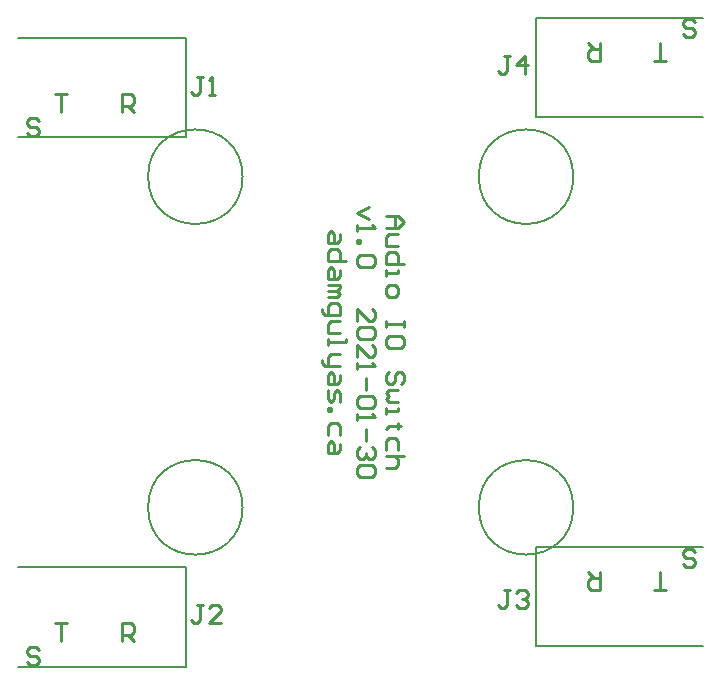
<source format=gto>
G04*
G04 #@! TF.GenerationSoftware,Altium Limited,Altium Designer,18.1.9 (240)*
G04*
G04 Layer_Color=65535*
%FSLAX43Y43*%
%MOMM*%
G71*
G01*
G75*
%ADD10C,0.200*%
%ADD11C,0.254*%
D10*
X44231Y39706D02*
G03*
X44231Y39706I-4000J0D01*
G01*
X72231D02*
G03*
X72231Y39706I-4000J0D01*
G01*
X44231Y67706D02*
G03*
X44231Y67706I-4000J0D01*
G01*
X72231D02*
G03*
X72231Y67706I-4000J0D01*
G01*
X69037Y27931D02*
X83212D01*
X69037D02*
Y36381D01*
X83212D01*
X25250Y34681D02*
X39425D01*
Y26231D02*
Y34681D01*
X25250Y26231D02*
X39425D01*
X69037Y81180D02*
X83212D01*
X69037Y72730D02*
Y81180D01*
Y72730D02*
X83212D01*
X25250Y71030D02*
X39425D01*
Y79480D01*
X25250D02*
X39425D01*
D11*
X56337Y64391D02*
X57353D01*
X57861Y63883D01*
X57353Y63375D01*
X56337D01*
X57099D01*
Y64391D01*
X57353Y62868D02*
X56591D01*
X56337Y62614D01*
Y61852D01*
X57353D01*
X57861Y60328D02*
X56337D01*
Y61090D01*
X56591Y61344D01*
X57099D01*
X57353Y61090D01*
Y60328D01*
X56337Y59821D02*
Y59313D01*
Y59567D01*
X57353D01*
Y59821D01*
X56337Y58297D02*
Y57789D01*
X56591Y57535D01*
X57099D01*
X57353Y57789D01*
Y58297D01*
X57099Y58551D01*
X56591D01*
X56337Y58297D01*
X57861Y55504D02*
Y54996D01*
Y55250D01*
X56337D01*
Y55504D01*
Y54996D01*
X57861Y53473D02*
Y53981D01*
X57607Y54234D01*
X56591D01*
X56337Y53981D01*
Y53473D01*
X56591Y53219D01*
X57607D01*
X57861Y53473D01*
X57607Y50172D02*
X57861Y50426D01*
Y50933D01*
X57607Y51187D01*
X57353D01*
X57099Y50933D01*
Y50426D01*
X56845Y50172D01*
X56591D01*
X56337Y50426D01*
Y50933D01*
X56591Y51187D01*
X57353Y49664D02*
X56591D01*
X56337Y49410D01*
X56591Y49156D01*
X56337Y48902D01*
X56591Y48648D01*
X57353D01*
X56337Y48140D02*
Y47633D01*
Y47886D01*
X57353D01*
Y48140D01*
X57607Y46617D02*
X57353D01*
Y46871D01*
Y46363D01*
Y46617D01*
X56591D01*
X56337Y46363D01*
X57353Y44586D02*
Y45347D01*
X57099Y45601D01*
X56591D01*
X56337Y45347D01*
Y44586D01*
X57861Y44078D02*
X56337D01*
X57099D01*
X57353Y43824D01*
Y43316D01*
X57099Y43062D01*
X56337D01*
X54915Y65153D02*
X53900Y64645D01*
X54915Y64137D01*
X53900Y63629D02*
Y63122D01*
Y63375D01*
X55423D01*
X55169Y63629D01*
X53900Y62360D02*
X54154D01*
Y62106D01*
X53900D01*
Y62360D01*
X55169Y61090D02*
X55423Y60836D01*
Y60328D01*
X55169Y60075D01*
X54154D01*
X53900Y60328D01*
Y60836D01*
X54154Y61090D01*
X55169D01*
X53900Y55504D02*
Y56520D01*
X54915Y55504D01*
X55169D01*
X55423Y55758D01*
Y56266D01*
X55169Y56520D01*
Y54996D02*
X55423Y54742D01*
Y54234D01*
X55169Y53981D01*
X54154D01*
X53900Y54234D01*
Y54742D01*
X54154Y54996D01*
X55169D01*
X53900Y52457D02*
Y53473D01*
X54915Y52457D01*
X55169D01*
X55423Y52711D01*
Y53219D01*
X55169Y53473D01*
X53900Y51949D02*
Y51441D01*
Y51695D01*
X55423D01*
X55169Y51949D01*
X54661Y50680D02*
Y49664D01*
X55169Y49156D02*
X55423Y48902D01*
Y48394D01*
X55169Y48140D01*
X54154D01*
X53900Y48394D01*
Y48902D01*
X54154Y49156D01*
X55169D01*
X53900Y47633D02*
Y47125D01*
Y47379D01*
X55423D01*
X55169Y47633D01*
X54661Y46363D02*
Y45347D01*
X55169Y44839D02*
X55423Y44586D01*
Y44078D01*
X55169Y43824D01*
X54915D01*
X54661Y44078D01*
Y44332D01*
Y44078D01*
X54407Y43824D01*
X54154D01*
X53900Y44078D01*
Y44586D01*
X54154Y44839D01*
X55169Y43316D02*
X55423Y43062D01*
Y42554D01*
X55169Y42300D01*
X54154D01*
X53900Y42554D01*
Y43062D01*
X54154Y43316D01*
X55169D01*
X52478Y62868D02*
Y62360D01*
X52224Y62106D01*
X51462D01*
Y62868D01*
X51716Y63122D01*
X51970Y62868D01*
Y62106D01*
X52985Y60582D02*
X51462D01*
Y61344D01*
X51716Y61598D01*
X52224D01*
X52478Y61344D01*
Y60582D01*
Y59821D02*
Y59313D01*
X52224Y59059D01*
X51462D01*
Y59821D01*
X51716Y60075D01*
X51970Y59821D01*
Y59059D01*
X51462Y58551D02*
X52478D01*
Y58297D01*
X52224Y58043D01*
X51462D01*
X52224D01*
X52478Y57789D01*
X52224Y57535D01*
X51462D01*
X50954Y56520D02*
Y56266D01*
X51208Y56012D01*
X52478D01*
Y56774D01*
X52224Y57028D01*
X51716D01*
X51462Y56774D01*
Y56012D01*
X52478Y55504D02*
X51716D01*
X51462Y55250D01*
Y54488D01*
X52478D01*
X51462Y53981D02*
Y53473D01*
Y53727D01*
X52985D01*
Y53981D01*
X52478Y52711D02*
X51716D01*
X51462Y52457D01*
Y51695D01*
X51208D01*
X50954Y51949D01*
Y52203D01*
X51462Y51695D02*
X52478D01*
Y50933D02*
Y50426D01*
X52224Y50172D01*
X51462D01*
Y50933D01*
X51716Y51187D01*
X51970Y50933D01*
Y50172D01*
X51462Y49664D02*
Y48902D01*
X51716Y48648D01*
X51970Y48902D01*
Y49410D01*
X52224Y49664D01*
X52478Y49410D01*
Y48648D01*
X51462Y48140D02*
X51716D01*
Y47886D01*
X51462D01*
Y48140D01*
X52478Y45855D02*
Y46617D01*
X52224Y46871D01*
X51716D01*
X51462Y46617D01*
Y45855D01*
X52478Y45093D02*
Y44586D01*
X52224Y44332D01*
X51462D01*
Y45093D01*
X51716Y45347D01*
X51970Y45093D01*
Y44332D01*
X81504Y34950D02*
X81758Y34696D01*
X82266D01*
X82520Y34950D01*
Y35204D01*
X82266Y35458D01*
X81758D01*
X81504Y35712D01*
Y35966D01*
X81758Y36220D01*
X82266D01*
X82520Y35966D01*
X74470Y34220D02*
Y32696D01*
X73708D01*
X73454Y32950D01*
Y33458D01*
X73708Y33712D01*
X74470D01*
X73962D02*
X73454Y34220D01*
X80070Y32696D02*
X79054D01*
X79562D01*
Y34220D01*
X28392Y29916D02*
X29408D01*
X28900D01*
Y28392D01*
X33992D02*
Y29916D01*
X34754D01*
X35008Y29662D01*
Y29154D01*
X34754Y28900D01*
X33992D01*
X34500D02*
X35008Y28392D01*
X26958Y27662D02*
X26704Y27916D01*
X26196D01*
X25942Y27662D01*
Y27408D01*
X26196Y27154D01*
X26704D01*
X26958Y26900D01*
Y26646D01*
X26704Y26392D01*
X26196D01*
X25942Y26646D01*
X81504Y79749D02*
X81758Y79495D01*
X82266D01*
X82520Y79749D01*
Y80003D01*
X82266Y80257D01*
X81758D01*
X81504Y80511D01*
Y80765D01*
X81758Y81019D01*
X82266D01*
X82520Y80765D01*
X74470Y79019D02*
Y77495D01*
X73708D01*
X73454Y77749D01*
Y78257D01*
X73708Y78511D01*
X74470D01*
X73962D02*
X73454Y79019D01*
X80070Y77495D02*
X79054D01*
X79562D01*
Y79019D01*
X28392Y74715D02*
X29408D01*
X28900D01*
Y73191D01*
X33992D02*
Y74715D01*
X34754D01*
X35008Y74461D01*
Y73953D01*
X34754Y73699D01*
X33992D01*
X34500D02*
X35008Y73191D01*
X26958Y72461D02*
X26704Y72715D01*
X26196D01*
X25942Y72461D01*
Y72207D01*
X26196Y71953D01*
X26704D01*
X26958Y71699D01*
Y71445D01*
X26704Y71191D01*
X26196D01*
X25942Y71445D01*
X66916Y32674D02*
X66408D01*
X66662D01*
Y31404D01*
X66408Y31150D01*
X66154D01*
X65900Y31404D01*
X67424Y32420D02*
X67677Y32674D01*
X68185D01*
X68439Y32420D01*
Y32166D01*
X68185Y31912D01*
X67931D01*
X68185D01*
X68439Y31658D01*
Y31404D01*
X68185Y31150D01*
X67677D01*
X67424Y31404D01*
X66916Y77924D02*
X66408D01*
X66662D01*
Y76654D01*
X66408Y76400D01*
X66154D01*
X65900Y76654D01*
X68185Y76400D02*
Y77924D01*
X67424Y77162D01*
X68439D01*
X40916Y31424D02*
X40408D01*
X40662D01*
Y30154D01*
X40408Y29900D01*
X40154D01*
X39900Y30154D01*
X42439Y29900D02*
X41424D01*
X42439Y30916D01*
Y31170D01*
X42185Y31424D01*
X41677D01*
X41424Y31170D01*
X40916Y76174D02*
X40408D01*
X40662D01*
Y74904D01*
X40408Y74650D01*
X40154D01*
X39900Y74904D01*
X41424Y74650D02*
X41931D01*
X41677D01*
Y76174D01*
X41424Y75920D01*
M02*

</source>
